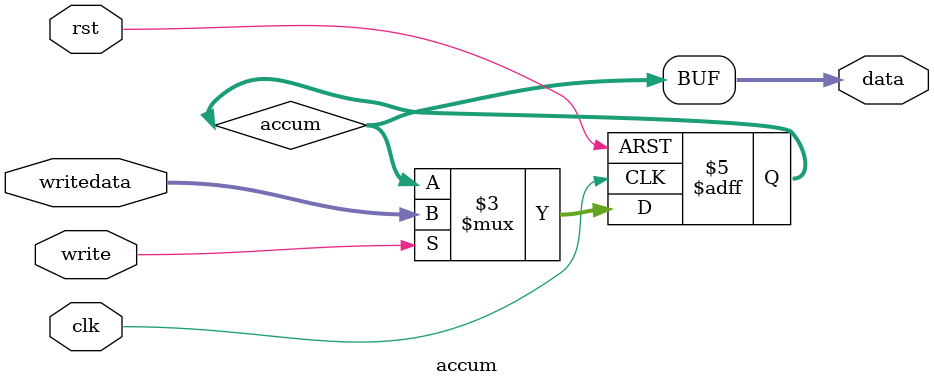
<source format=v>

module accum(write, clk, data, writedata, rst);

input [7:0] writedata;
input write, clk, rst;

output [7:0] data;
reg[7:0] accum;

assign data = accum;

always @(posedge clk or negedge rst)
    begin
        if(!rst)
            accum <= 8'b0000_0000;
        else
            if(write)
                accum <= writedata;
    end
endmodule
</source>
